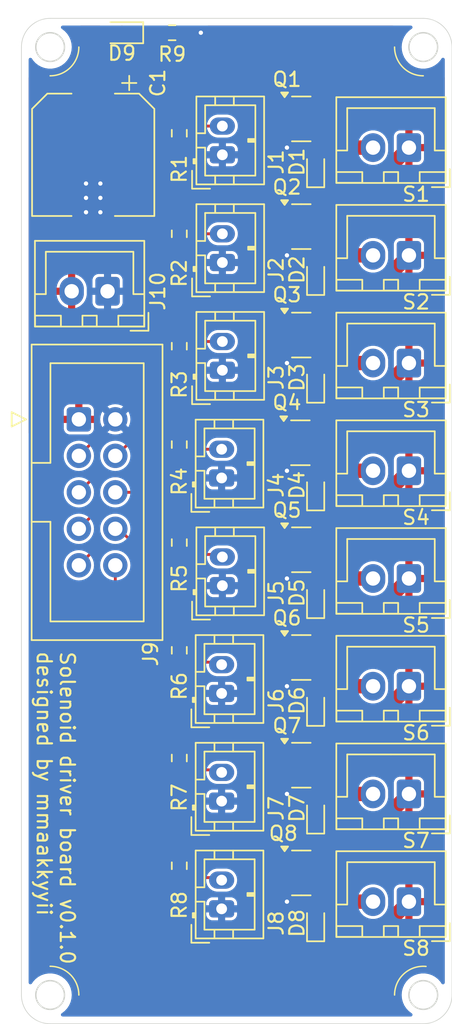
<source format=kicad_pcb>
(kicad_pcb (version 20240108) (generator "pcbnew") (generator_version "8.0")
  (layers (0 "F.Cu" signal) (31 "B.Cu" signal) (34 "B.Paste" user) (35 "F.Paste" user) (36 "B.SilkS" user "B.Silkscreen") (37 "F.SilkS" user "F.Silkscreen") (38 "B.Mask" user) (39 "F.Mask" user) (44 "Edge.Cuts" user))
  (net 0 "")
  (net 1 "GND")
  (net 2 "+24V")
  (net 3 "Net-(D1-A)")
  (net 4 "Net-(D2-A)")
  (net 5 "Net-(D3-A)")
  (net 6 "Net-(D4-A)")
  (net 7 "Net-(D5-A)")
  (net 8 "Net-(D6-A)")
  (net 9 "Net-(D7-A)")
  (net 10 "Net-(D8-A)")
  (net 11 "Net-(J1-Pin_2)")
  (net 12 "Net-(J2-Pin_2)")
  (net 13 "Net-(J3-Pin_2)")
  (net 14 "Net-(J4-Pin_2)")
  (net 15 "Net-(J5-Pin_2)")
  (net 16 "Net-(J6-Pin_2)")
  (net 17 "Net-(J7-Pin_2)")
  (net 18 "Net-(J8-Pin_2)")
  (net 19 "/S2")
  (net 20 "/S5")
  (net 21 "/S4")
  (net 22 "/S3")
  (net 23 "/S1")
  (net 24 "/S7")
  (net 25 "/S8")
  (net 26 "/S6")
  (net 27 "Net-(D9-K)")
  (footprint "Diode_SMD:D_SOD-523" (layer "F.Cu") (at 170.5 85.5 90)
    (property "Reference" "D7" (at 0.5 -1.3 90) (layer "F.SilkS"))
    (property "Value" "MSK4005")
    (pad "1" smd roundrect (at -0.7 0 270) (size 0.6 0.7) (layers "F.Cu" "F.Paste" "F.Mask") (net 2 "+24V"))
    (pad "2" smd roundrect (at 0.7 0 270) (size 0.6 0.7) (layers "F.Cu" "F.Paste" "F.Mask") (net 9 "Net-(D7-A)"))
  )
  (footprint "Connector_JST:JST_XH_B2B-XH-A_1x02_P2.50mm_Vertical" (layer "F.Cu") (at 177 84 180)
    (property "Reference" "S7" (at -0.5 -3.25 0) (layer "F.SilkS"))
    (property "Value" "XH")
    (pad "1" thru_hole roundrect (at 0 0 180) (size 1.7 2) (drill 1) (layers "*.Cu" "*.Mask") (roundrect_rratio 0.147059) (net 2 "+24V"))
    (pad "2" thru_hole oval (at 2.5 0 180) (size 1.7 2) (drill 1) (layers "*.Cu" "*.Mask") (net 9 "Net-(D7-A)"))
  )
  (footprint "Resistor_SMD:R_0603_1608Metric" (layer "F.Cu") (at 161 74 -90)
    (property "Reference" "R6" (at 2.5 0 90) (layer "F.SilkS"))
    (property "Value" "1k")
    (pad "1" smd roundrect (at -0.825 0 270) (size 0.8 0.95) (layers "F.Cu" "F.Paste" "F.Mask") (net 26 "/S6"))
    (pad "2" smd roundrect (at 0.825 0 270) (size 0.8 0.95) (layers "F.Cu" "F.Paste" "F.Mask") (net 16 "Net-(J6-Pin_2)"))
  )
  (footprint "Connector_JST:JST_XH_B2B-XH-A_1x02_P2.50mm_Vertical" (layer "F.Cu") (at 177 91.5 180)
    (property "Reference" "S8" (at -0.5 -3.25 0) (layer "F.SilkS"))
    (property "Value" "XH")
    (pad "1" thru_hole roundrect (at 0 0 180) (size 1.7 2) (drill 1) (layers "*.Cu" "*.Mask") (roundrect_rratio 0.147059) (net 2 "+24V"))
    (pad "2" thru_hole oval (at 2.5 0 180) (size 1.7 2) (drill 1) (layers "*.Cu" "*.Mask") (net 10 "Net-(D8-A)"))
  )
  (footprint "Resistor_SMD:R_0603_1608Metric" (layer "F.Cu") (at 161 66.5 -90)
    (property "Reference" "R5" (at 2.5 0 90) (layer "F.SilkS"))
    (property "Value" "1k")
    (pad "1" smd roundrect (at -0.825 0 270) (size 0.8 0.95) (layers "F.Cu" "F.Paste" "F.Mask") (net 20 "/S5"))
    (pad "2" smd roundrect (at 0.825 0 270) (size 0.8 0.95) (layers "F.Cu" "F.Paste" "F.Mask") (net 15 "Net-(J5-Pin_2)"))
  )
  (footprint "Connector_JST:JST_XH_B2B-XH-A_1x02_P2.50mm_Vertical" (layer "F.Cu") (at 177 61.5 180)
    (property "Reference" "S4" (at -0.5 -3.25 0) (layer "F.SilkS"))
    (property "Value" "XH")
    (pad "1" thru_hole roundrect (at 0 0 180) (size 1.7 2) (drill 1) (layers "*.Cu" "*.Mask") (roundrect_rratio 0.147059) (net 2 "+24V"))
    (pad "2" thru_hole oval (at 2.5 0 180) (size 1.7 2) (drill 1) (layers "*.Cu" "*.Mask") (net 6 "Net-(D4-A)"))
  )
  (footprint "Package_TO_SOT_SMD:SOT-23" (layer "F.Cu") (at 169.5 44.5)
    (property "Reference" "Q2" (at -1 -2.75 0) (layer "F.SilkS"))
    (property "Value" "BSS138")
    (pad "1" smd roundrect (at -0.9375 -0.95) (size 1.475 0.6) (layers "F.Cu" "F.Paste" "F.Mask") (net 19 "/S2"))
    (pad "2" smd roundrect (at -0.9375 0.95) (size 1.475 0.6) (layers "F.Cu" "F.Paste" "F.Mask") (net 1 "GND"))
    (pad "3" smd roundrect (at 0.9375 0) (size 1.475 0.6) (layers "F.Cu" "F.Paste" "F.Mask") (net 4 "Net-(D2-A)"))
  )
  (footprint "Connector_JST:JST_XH_B2B-XH-A_1x02_P2.50mm_Vertical" (layer "F.Cu") (at 177 54 180)
    (property "Reference" "S3" (at -0.5 -3.25 0) (layer "F.SilkS"))
    (property "Value" "XH")
    (pad "1" thru_hole roundrect (at 0 0 180) (size 1.7 2) (drill 1) (layers "*.Cu" "*.Mask") (roundrect_rratio 0.147059) (net 2 "+24V"))
    (pad "2" thru_hole oval (at 2.5 0 180) (size 1.7 2) (drill 1) (layers "*.Cu" "*.Mask") (net 5 "Net-(D3-A)"))
  )
  (footprint "Package_TO_SOT_SMD:SOT-23" (layer "F.Cu") (at 169.5 67)
    (property "Reference" "Q5" (at -1 -2.75 0) (layer "F.SilkS"))
    (property "Value" "BSS138")
    (pad "1" smd roundrect (at -0.9375 -0.95) (size 1.475 0.6) (layers "F.Cu" "F.Paste" "F.Mask") (net 20 "/S5"))
    (pad "2" smd roundrect (at -0.9375 0.95) (size 1.475 0.6) (layers "F.Cu" "F.Paste" "F.Mask") (net 1 "GND"))
    (pad "3" smd roundrect (at 0.9375 0) (size 1.475 0.6) (layers "F.Cu" "F.Paste" "F.Mask") (net 7 "Net-(D5-A)"))
  )
  (footprint "Resistor_SMD:R_0603_1608Metric" (layer "F.Cu") (at 160.5 31)
    (property "Reference" "R9" (at 0 1.5 0) (layer "F.SilkS"))
    (property "Value" "2.4k")
    (pad "1" smd roundrect (at -0.825 0) (size 0.8 0.95) (layers "F.Cu" "F.Paste" "F.Mask") (net 27 "Net-(D9-K)"))
    (pad "2" smd roundrect (at 0.825 0) (size 0.8 0.95) (layers "F.Cu" "F.Paste" "F.Mask") (net 1 "GND"))
  )
  (footprint "Capacitor_SMD:CP_Elec_8x10" (layer "F.Cu") (at 155 39.5 -90)
    (property "Reference" "C1" (at -5 -4.5 90) (layer "F.SilkS"))
    (property "Value" "100u")
    (pad "1" smd roundrect (at -3.25 0 270) (size 3.5 2.5) (layers "F.Cu" "F.Paste" "F.Mask") (roundrect_rratio 0.1) (net 2 "+24V"))
    (pad "2" smd roundrect (at 3.25 0 270) (size 3.5 2.5) (layers "F.Cu" "F.Paste" "F.Mask") (roundrect_rratio 0.1) (net 1 "GND"))
  )
  (footprint "Package_TO_SOT_SMD:SOT-23" (layer "F.Cu") (at 169.5 89.5)
    (property "Reference" "Q8" (at -1.25 -2.75 0) (layer "F.SilkS"))
    (property "Value" "BSS138")
    (pad "1" smd roundrect (at -0.9375 -0.95) (size 1.475 0.6) (layers "F.Cu" "F.Paste" "F.Mask") (net 25 "/S8"))
    (pad "2" smd roundrect (at -0.9375 0.95) (size 1.475 0.6) (layers "F.Cu" "F.Paste" "F.Mask") (net 1 "GND"))
    (pad "3" smd roundrect (at 0.9375 0) (size 1.475 0.6) (layers "F.Cu" "F.Paste" "F.Mask") (net 10 "Net-(D8-A)"))
  )
  (footprint "Package_TO_SOT_SMD:SOT-23" (layer "F.Cu") (at 169.4375 59.55)
    (property "Reference" "Q4" (at -0.9375 -2.8 0) (layer "F.SilkS"))
    (property "Value" "BSS138")
    (pad "1" smd roundrect (at -0.9375 -0.95) (size 1.475 0.6) (layers "F.Cu" "F.Paste" "F.Mask") (net 21 "/S4"))
    (pad "2" smd roundrect (at -0.9375 0.95) (size 1.475 0.6) (layers "F.Cu" "F.Paste" "F.Mask") (net 1 "GND"))
    (pad "3" smd roundrect (at 0.9375 0) (size 1.475 0.6) (layers "F.Cu" "F.Paste" "F.Mask") (net 6 "Net-(D4-A)"))
  )
  (footprint "Connector_JST:JST_PH_B2B-PH-K_1x02_P2.00mm_Vertical" (layer "F.Cu") (at 163.95 84.5 90)
    (property "Reference" "J7" (at -0.5 3.8 90) (layer "F.SilkS"))
    (property "Value" "B2B-PH-K-S(LF)(SN)")
    (pad "1" thru_hole roundrect (at 0 0 90) (size 1.2 1.75) (drill 0.75) (layers "*.Cu" "*.Mask") (roundrect_rratio 0.208333) (net 1 "GND"))
    (pad "2" thru_hole oval (at 2 0 90) (size 1.2 1.75) (drill 0.75) (layers "*.Cu" "*.Mask") (net 17 "Net-(J7-Pin_2)"))
  )
  (footprint "Diode_SMD:D_SOD-523" (layer "F.Cu") (at 170.5 78 90)
    (property "Reference" "D6" (at 0.5 -1.3 90) (layer "F.SilkS"))
    (property "Value" "MSK4005")
    (pad "1" smd roundrect (at -0.7 0 270) (size 0.6 0.7) (layers "F.Cu" "F.Paste" "F.Mask") (net 2 "+24V"))
    (pad "2" smd roundrect (at 0.7 0 270) (size 0.6 0.7) (layers "F.Cu" "F.Paste" "F.Mask") (net 8 "Net-(D6-A)"))
  )
  (footprint "Connector_JST:JST_XH_B2B-XH-A_1x02_P2.50mm_Vertical" (layer "F.Cu") (at 177 39 180)
    (property "Reference" "S1" (at -0.5 -3.25 0) (layer "F.SilkS"))
    (property "Value" "XH")
    (pad "1" thru_hole roundrect (at 0 0 180) (size 1.7 2) (drill 1) (layers "*.Cu" "*.Mask") (roundrect_rratio 0.147059) (net 2 "+24V"))
    (pad "2" thru_hole oval (at 2.5 0 180) (size 1.7 2) (drill 1) (layers "*.Cu" "*.Mask") (net 3 "Net-(D1-A)"))
  )
  (footprint "Package_TO_SOT_SMD:SOT-23" (layer "F.Cu") (at 169.5 82)
    (property "Reference" "Q7" (at -1 -2.75 0) (layer "F.SilkS"))
    (property "Value" "BSS138")
    (pad "1" smd roundrect (at -0.9375 -0.95) (size 1.475 0.6) (layers "F.Cu" "F.Paste" "F.Mask") (net 24 "/S7"))
    (pad "2" smd roundrect (at -0.9375 0.95) (size 1.475 0.6) (layers "F.Cu" "F.Paste" "F.Mask") (net 1 "GND"))
    (pad "3" smd roundrect (at 0.9375 0) (size 1.475 0.6) (layers "F.Cu" "F.Paste" "F.Mask") (net 9 "Net-(D7-A)"))
  )
  (footprint "Package_TO_SOT_SMD:SOT-23" (layer "F.Cu") (at 169.5 52.05)
    (property "Reference" "Q3" (at -1 -2.8 0) (layer "F.SilkS"))
    (property "Value" "BSS138")
    (pad "1" smd roundrect (at -0.9375 -0.95) (size 1.475 0.6) (layers "F.Cu" "F.Paste" "F.Mask") (net 22 "/S3"))
    (pad "2" smd roundrect (at -0.9375 0.95) (size 1.475 0.6) (layers "F.Cu" "F.Paste" "F.Mask") (net 1 "GND"))
    (pad "3" smd roundrect (at 0.9375 0) (size 1.475 0.6) (layers "F.Cu" "F.Paste" "F.Mask") (net 5 "Net-(D3-A)"))
  )
  (footprint "Resistor_SMD:R_0603_1608Metric" (layer "F.Cu") (at 161 45 -90)
    (property "Reference" "R2" (at 2.75 0 90) (layer "F.SilkS"))
    (property "Value" "1k")
    (pad "1" smd roundrect (at -0.825 0 270) (size 0.8 0.95) (layers "F.Cu" "F.Paste" "F.Mask") (net 19 "/S2"))
    (pad "2" smd roundrect (at 0.825 0 270) (size 0.8 0.95) (layers "F.Cu" "F.Paste" "F.Mask") (net 12 "Net-(J2-Pin_2)"))
  )
  (footprint "Connector_JST:JST_PH_B2B-PH-K_1x02_P2.00mm_Vertical" (layer "F.Cu") (at 163.95 77 90)
    (property "Reference" "J6" (at -0.5 3.8 90) (layer "F.SilkS"))
    (property "Value" "B2B-PH-K-S(LF)(SN)")
    (pad "1" thru_hole roundrect (at 0 0 90) (size 1.2 1.75) (drill 0.75) (layers "*.Cu" "*.Mask") (roundrect_rratio 0.208333) (net 1 "GND"))
    (pad "2" thru_hole oval (at 2 0 90) (size 1.2 1.75) (drill 0.75) (layers "*.Cu" "*.Mask") (net 16 "Net-(J6-Pin_2)"))
  )
  (footprint "Package_TO_SOT_SMD:SOT-23" (layer "F.Cu") (at 169.5 74.5)
    (property "Reference" "Q6" (at -1 -2.75 0) (layer "F.SilkS"))
    (property "Value" "BSS138")
    (pad "1" smd roundrect (at -0.9375 -0.95) (size 1.475 0.6) (layers "F.Cu" "F.Paste" "F.Mask") (net 26 "/S6"))
    (pad "2" smd roundrect (at -0.9375 0.95) (size 1.475 0.6) (layers "F.Cu" "F.Paste" "F.Mask") (net 1 "GND"))
    (pad "3" smd roundrect (at 0.9375 0) (size 1.475 0.6) (layers "F.Cu" "F.Paste" "F.Mask") (net 8 "Net-(D6-A)"))
  )
  (footprint "Connector_JST:JST_PH_B2B-PH-K_1x02_P2.00mm_Vertical" (layer "F.Cu") (at 164 54.5 90)
    (property "Reference" "J3" (at -0.5 3.75 90) (layer "F.SilkS"))
    (property "Value" "B2B-PH-K-S(LF)(SN)")
    (pad "1" thru_hole roundrect (at 0 0 90) (size 1.2 1.75) (drill 0.75) (layers "*.Cu" "*.Mask") (roundrect_rratio 0.208333) (net 1 "GND"))
    (pad "2" thru_hole oval (at 2 0 90) (size 1.2 1.75) (drill 0.75) (layers "*.Cu" "*.Mask") (net 13 "Net-(J3-Pin_2)"))
  )
  (footprint "Resistor_SMD:R_0603_1608Metric" (layer "F.Cu") (at 161 89 -90)
    (property "Reference" "R8" (at 2.75 0 90) (layer "F.SilkS"))
    (property "Value" "1k")
    (pad "1" smd roundrect (at -0.825 0 270) (size 0.8 0.95) (layers "F.Cu" "F.Paste" "F.Mask") (net 25 "/S8"))
    (pad "2" smd roundrect (at 0.825 0 270) (size 0.8 0.95) (layers "F.Cu" "F.Paste" "F.Mask") (net 18 "Net-(J8-Pin_2)"))
  )
  (footprint "Resistor_SMD:R_0603_1608Metric" (layer "F.Cu") (at 161 81.5 -90)
    (property "Reference" "R7" (at 2.75 0 90) (layer "F.SilkS"))
    (property "Value" "1k")
    (pad "1" smd roundrect (at -0.825 0 270) (size 0.8 0.95) (layers "F.Cu" "F.Paste" "F.Mask") (net 24 "/S7"))
    (pad "2" smd roundrect (at 0.825 0 270) (size 0.8 0.95) (layers "F.Cu" "F.Paste" "F.Mask") (net 17 "Net-(J7-Pin_2)"))
  )
  (footprint "Diode_SMD:D_SOD-523" (layer "F.Cu") (at 170.5 70.5 90)
    (property "Reference" "D5" (at 0.5 -1.3 90) (layer "F.SilkS"))
    (property "Value" "MSK4005")
    (pad "1" smd roundrect (at -0.7 0 270) (size 0.6 0.7) (layers "F.Cu" "F.Paste" "F.Mask") (net 2 "+24V"))
    (pad "2" smd roundrect (at 0.7 0 270) (size 0.6 0.7) (layers "F.Cu" "F.Paste" "F.Mask") (net 7 "Net-(D5-A)"))
  )
  (footprint "Diode_SMD:D_SOD-523" (layer "F.Cu") (at 170.5 48 90)
    (property "Reference" "D2" (at 0.5 -1.3 90) (layer "F.SilkS"))
    (property "Value" "MSK4005")
    (pad "1" smd roundrect (at -0.7 0 270) (size 0.6 0.7) (layers "F.Cu" "F.Paste" "F.Mask") (net 2 "+24V"))
    (pad "2" smd roundrect (at 0.7 0 270) (size 0.6 0.7) (layers "F.Cu" "F.Paste" "F.Mask") (net 4 "Net-(D2-A)"))
  )
  (footprint "Connector_JST:JST_XH_B2B-XH-A_1x02_P2.50mm_Vertical" (layer "F.Cu") (at 177 76.5 180)
    (property "Reference" "S6" (at -0.5 -3.25 0) (layer "F.SilkS"))
    (property "Value" "XH")
    (pad "1" thru_hole roundrect (at 0 0 180) (size 1.7 2) (drill 1) (layers "*.Cu" "*.Mask") (roundrect_rratio 0.147059) (net 2 "+24V"))
    (pad "2" thru_hole oval (at 2.5 0 180) (size 1.7 2) (drill 1) (layers "*.Cu" "*.Mask") (net 8 "Net-(D6-A)"))
  )
  (footprint "Connector_IDC:IDC-Header_2x05_P2.54mm_Vertical" (layer "F.Cu") (at 154 57.92)
    (property "Reference" "J9" (at 5 16.33 90) (layer "F.SilkS"))
    (property "Value" "C5665")
    (pad "1" thru_hole roundrect (at 0 0) (size 1.7 1.7) (drill 1) (layers "*.Cu" "*.Mask") (roundrect_rratio 0.147059) (net 2 "+24V"))
    (pad "2" thru_hole circle (at 2.54 0) (size 1.7 1.7) (drill 1) (layers "*.Cu" "*.Mask") (net 1 "GND"))
    (pad "3" thru_hole circle (at 0 2.54) (size 1.7 1.7) (drill 1) (layers "*.Cu" "*.Mask") (net 23 "/S1"))
    (pad "4" thru_hole circle (at 2.54 2.54) (size 1.7 1.7) (drill 1) (layers "*.Cu" "*.Mask") (net 19 "/S2"))
    (pad "5" thru_hole circle (at 0 5.08) (size 1.7 1.7) (drill 1) (layers "*.Cu" "*.Mask") (net 22 "/S3"))
    (pad "6" thru_hole circle (at 2.54 5.08) (size 1.7 1.7) (drill 1) (layers "*.Cu" "*.Mask") (net 21 "/S4"))
    (pad "7" thru_hole circle (at 0 7.62) (size 1.7 1.7) (drill 1) (layers "*.Cu" "*.Mask") (net 20 "/S5"))
    (pad "8" thru_hole circle (at 2.54 7.62) (size 1.7 1.7) (drill 1) (layers "*.Cu" "*.Mask") (net 26 "/S6"))
    (pad "9" thru_hole circle (at 0 10.16) (size 1.7 1.7) (drill 1) (layers "*.Cu" "*.Mask") (net 24 "/S7"))
    (pad "10" thru_hole circle (at 2.54 10.16) (size 1.7 1.7) (drill 1) (layers "*.Cu" "*.Mask") (net 25 "/S8"))
  )
  (footprint "Connector_JST:JST_XH_B2B-XH-A_1x02_P2.50mm_Vertical" (layer "F.Cu") (at 177 46.5 180)
    (property "Reference" "S2" (at -0.5 -3.25 0) (layer "F.SilkS"))
    (property "Value" "XH")
    (pad "1" thru_hole roundrect (at 0 0 180) (size 1.7 2) (drill 1) (layers "*.Cu" "*.Mask") (roundrect_rratio 0.147059) (net 2 "+24V"))
    (pad "2" thru_hole oval (at 2.5 0 180) (size 1.7 2) (drill 1) (layers "*.Cu" "*.Mask") (net 4 "Net-(D2-A)"))
  )
  (footprint "Connector_JST:JST_PH_B2B-PH-K_1x02_P2.00mm_Vertical" (layer "F.Cu") (at 163.95 92 90)
    (property "Reference" "J8" (at -1 3.8 90) (layer "F.SilkS"))
    (property "Value" "B2B-PH-K-S(LF)(SN)")
    (pad "1" thru_hole roundrect (at 0 0 90) (size 1.2 1.75) (drill 0.75) (layers "*.Cu" "*.Mask") (roundrect_rratio 0.208333) (net 1 "GND"))
    (pad "2" thru_hole oval (at 2 0 90) (size 1.2 1.75) (drill 0.75) (layers "*.Cu" "*.Mask") (net 18 "Net-(J8-Pin_2)"))
  )
  (footprint "Resistor_SMD:R_0603_1608Metric" (layer "F.Cu") (at 161 52.825 -90)
    (property "Reference" "R3" (at 2.675 0 90) (layer "F.SilkS"))
    (property "Value" "1k")
    (pad "1" smd roundrect (at -0.825 0 270) (size 0.8 0.95) (layers "F.Cu" "F.Paste" "F.Mask") (net 22 "/S3"))
    (pad "2" smd roundrect (at 0.825 0 270) (size 0.8 0.95) (layers "F.Cu" "F.Paste" "F.Mask") (net 13 "Net-(J3-Pin_2)"))
  )
  (footprint "Connector_JST:JST_PH_B2B-PH-K_1x02_P2.00mm_Vertical" (layer "F.Cu") (at 164 39.5 90)
    (property "Reference" "J1" (at -0.5 3.75 -90) (layer "F.SilkS"))
    (property "Value" "B2B-PH-K-S(LF)(SN)")
    (pad "1" thru_hole roundrect (at 0 0 90) (size 1.2 1.75) (drill 0.75) (layers "*.Cu" "*.Mask") (roundrect_rratio 0.208333) (net 1 "GND"))
    (pad "2" thru_hole oval (at 2 0 90) (size 1.2 1.75) (drill 0.75) (layers "*.Cu" "*.Mask") (net 11 "Net-(J1-Pin_2)"))
  )
  (footprint "Resistor_SMD:R_0603_1608Metric" (layer "F.Cu") (at 161 59.675 -90)
    (property "Reference" "R4" (at 2.575 0 90) (layer "F.SilkS"))
    (property "Value" "1k")
    (pad "1" smd roundrect (at -0.825 0 270) (size 0.8 0.95) (layers "F.Cu" "F.Paste" "F.Mask") (net 21 "/S4"))
    (pad "2" smd roundrect (at 0.825 0 270) (size 0.8 0.95) (layers "F.Cu" "F.Paste" "F.Mask") (net 14 "Net-(J4-Pin_2)"))
  )
  (footprint "Diode_SMD:D_SOD-523" (layer "F.Cu") (at 170.5 40.5 90)
    (property "Reference" "D1" (at 0.5 -1.3 90) (layer "F.SilkS"))
    (property "Value" "MSK4005")
    (pad "1" smd roundrect (at -0.7 0 270) (size 0.6 0.7) (layers "F.Cu" "F.Paste" "F.Mask") (net 2 "+24V"))
    (pad "2" smd roundrect (at 0.7 0 270) (size 0.6 0.7) (layers "F.Cu" "F.Paste" "F.Mask") (net 3 "Net-(D1-A)"))
  )
  (footprint "Package_TO_SOT_SMD:SOT-23" (layer "F.Cu") (at 169.5 37)
    (property "Reference" "Q1" (at -1 -2.75 0) (layer "F.SilkS"))
    (property "Value" "BSS138")
    (pad "1" smd roundrect (at -0.9375 -0.95) (size 1.475 0.6) (layers "F.Cu" "F.Paste" "F.Mask") (net 23 "/S1"))
    (pad "2" smd roundrect (at -0.9375 0.95) (size 1.475 0.6) (layers "F.Cu" "F.Paste" "F.Mask") (net 1 "GND"))
    (pad "3" smd roundrect (at 0.9375 0) (size 1.475 0.6) (layers "F.Cu" "F.Paste" "F.Mask") (net 3 "Net-(D1-A)"))
  )
  (footprint "Diode_SMD:D_SOD-523" (layer "F.Cu") (at 170.5 55.5 90)
    (property "Reference" "D3" (at 0.5 -1.3 90) (layer "F.SilkS"))
    (property "Value" "MSK4005")
    (pad "1" smd roundrect (at -0.7 0 270) (size 0.6 0.7) (layers "F.Cu" "F.Paste" "F.Mask") (net 2 "+24V"))
    (pad "2" smd roundrect (at 0.7 0 270) (size 0.6 0.7) (layers "F.Cu" "F.Paste" "F.Mask") (net 5 "Net-(D3-A)"))
  )
  (footprint "Connector_JST:JST_XH_B2B-XH-A_1x02_P2.50mm_Vertical" (layer "F.Cu") (at 156 49 180)
    (property "Reference" "J10" (at -3.5 0 90) (layer "F.SilkS"))
    (property "Value" "Conn_01x02_Pin")
    (pad "1" thru_hole roundrect (at 0 0 180) (size 1.7 2) (drill 1) (layers "*.Cu" "*.Mask") (roundrect_rratio 0.147059) (net 1 "GND"))
    (pad "2" thru_hole oval (at 2.5 0 180) (size 1.7 2) (drill 1) (layers "*.Cu" "*.Mask") (net 2 "+24V"))
  )
  (footprint "Connector_JST:JST_PH_B2B-PH-K_1x02_P2.00mm_Vertical" (layer "F.Cu") (at 164 69.5 90)
    (property "Reference" "J5" (at -0.5 3.75 90) (layer "F.SilkS"))
    (property "Value" "B2B-PH-K-S(LF)(SN)")
    (pad "1" thru_hole roundrect (at 0 0 90) (size 1.2 1.75) (drill 0.75) (layers "*.Cu" "*.Mask") (roundrect_rratio 0.208333) (net 1 "GND"))
    (pad "2" thru_hole oval (at 2 0 90) (size 1.2 1.75) (drill 0.75) (layers "*.Cu" "*.Mask") (net 15 "Net-(J5-Pin_2)"))
  )
  (footprint "Connector_JST:JST_PH_B2B-PH-K_1x02_P2.00mm_Vertical" (layer "F.Cu") (at 163.95 62 90)
    (property "Reference" "J4" (at -0.5 3.8 90) (layer "F.SilkS"))
    (property "Value" "B2B-PH-K-S(LF)(SN)")
    (pad "1" thru_hole roundrect (at 0 0 90) (size 1.2 1.75) (drill 0.75) (layers "*.Cu" "*.Mask") (roundrect_rratio 0.208333) (net 1 "GND"))
    (pad "2" thru_hole oval (at 2 0 90) (size 1.2 1.75) (drill 0.75) (layers "*.Cu" "*.Mask") (net 14 "Net-(J4-Pin_2)"))
  )
  (footprint "Resistor_SMD:R_0603_1608Metric" (layer "F.Cu") (at 161 38 -90)
    (property "Reference" "R1" (at 2.5 0 90) (layer "F.SilkS"))
    (property "Value" "1k")
    (pad "1" smd roundrect (at -0.825 0 270) (size 0.8 0.95) (layers "F.Cu" "F.Paste" "F.Mask") (net 23 "/S1"))
    (pad "2" smd roundrect (at 0.825 0 270) (size 0.8 0.95) (layers "F.Cu" "F.Paste" "F.Mask") (net 11 "Net-(J1-Pin_2)"))
  )
  (footprint "Connector_JST:JST_XH_B2B-XH-A_1x02_P2.50mm_Vertical" (layer "F.Cu") (at 177 69 180)
    (property "Reference" "S5" (at -0.5 -3.25 0) (layer "F.SilkS"))
    (property "Value" "XH")
    (pad "1" thru_hole roundrect (at 0 0 180) (size 1.7 2) (drill 1) (layers "*.Cu" "*.Mask") (roundrect_rratio 0.147059) (net 2 "+24V"))
    (pad "2" thru_hole oval (at 2.5 0 180) (size 1.7 2) (drill 1) (layers "*.Cu" "*.Mask") (net 7 "Net-(D5-A)"))
  )
  (footprint "Diode_SMD:D_SOD-523" (layer "F.Cu") (at 170.5 63 90)
    (property "Reference" "D4" (at 0.5 -1.3 90) (layer "F.SilkS"))
    (property "Value" "MSK4005")
    (pad "1" smd roundrect (at -0.7 0 270) (size 0.6 0.7) (layers "F.Cu" "F.Paste" "F.Mask") (net 2 "+24V"))
    (pad "2" smd roundrect (at 0.7 0 270) (size 0.6 0.7) (layers "F.Cu" "F.Paste" "F.Mask") (net 6 "Net-(D4-A)"))
  )
  (footprint "Diode_SMD:D_SOD-523" (layer "F.Cu") (at 170.5 93 90)
    (property "Reference" "D8" (at 0 -1.3 90) (layer "F.SilkS"))
    (property "Value" "MSK4005")
    (pad "1" smd roundrect (at -0.7 0 270) (size 0.6 0.7) (layers "F.Cu" "F.Paste" "F.Mask") (net 2 "+24V"))
    (pad "2" smd roundrect (at 0.7 0 270) (size 0.6 0.7) (layers "F.Cu" "F.Paste" "F.Mask") (net 10 "Net-(D8-A)"))
  )
  (footprint "Connector_JST:JST_PH_B2B-PH-K_1x02_P2.00mm_Vertical" (layer "F.Cu") (at 164 47 90)
    (property "Reference" "J2" (at -0.5 3.75 90) (layer "F.SilkS"))
    (property "Value" "B2B-PH-K-S(LF)(SN)")
    (pad "1" thru_hole roundrect (at 0 0 90) (size 1.2 1.75) (drill 0.75) (layers "*.Cu" "*.Mask") (roundrect_rratio 0.208333) (net 1 "GND"))
    (pad "2" thru_hole oval (at 2 0 90) (size 1.2 1.75) (drill 0.75) (layers "*.Cu" "*.Mask") (net 12 "Net-(J2-Pin_2)"))
  )
  (footprint "LED_SMD:LED_0603_1608Metric" (layer "F.Cu") (at 157 31 180)
    (property "Reference" "D9" (at 0 -1.43 0) (layer "F.SilkS"))
    (property "Value" "LED")
    (pad "1" smd roundrect (at -0.7875 0 180) (size 0.875 0.95) (layers "F.Cu" "F.Paste" "F.Mask") (net 27 "Net-(D9-K)"))
    (pad "2" smd roundrect (at 0.7875 0 180) (size 0.875 0.95) (layers "F.Cu" "F.Paste" "F.Mask") (net 2 "+24V"))
  )
  (gr_arc (start 152 96) (mid 153.414214 96.585786) (end 154 98) (stroke (width 0.1)) (layer "F.SilkS"))
  (gr_arc (start 176 98) (mid 176.655622 96.519241) (end 178.192648 96.0093) (stroke (width 0.1)) (layer "F.SilkS"))
  (gr_arc (start 178 34) (mid 176.585786 33.414214) (end 176 32) (stroke (width 0.1)) (layer "F.SilkS"))
  (gr_arc (start 154 32) (mid 153.414214 33.414214) (end 152 34) (stroke (width 0.1)) (layer "F.SilkS"))
  (gr_line (start 152 100) (end 178 100) (stroke (width 0.05)) (layer "Edge.Cuts"))
  (gr_line (start 178 30) (end 152 30) (stroke (width 0.05)) (layer "Edge.Cuts"))
  (gr_arc (start 150 32) (mid 150.585786 30.585786) (end 152 30) (stroke (width 0.05)) (layer "Edge.Cuts"))
  (gr_arc (start 152 100) (mid 150.585786 99.414214) (end 150 98) (stroke (width 0.05)) (layer "Edge.Cuts"))
  (gr_line (start 180 98) (end 180 32) (stroke (width 0.05)) (layer "Edge.Cuts"))
  (gr_line (start 150 32) (end 150 98) (stroke (width 0.05)) (layer "Edge.Cuts"))
  (gr_arc (start 178 30) (mid 179.414214 30.585786) (end 180 32) (stroke (width 0.05)) (layer "Edge.Cuts"))
  (gr_arc (start 180 98) (mid 179.414214 99.414214) (end 178 100) (stroke (width 0.05)) (layer "Edge.Cuts"))
  (gr_circle (center 178 98) (end 179 98) (stroke (width 0.1)) (fill none) (layer "Edge.Cuts"))
  (gr_circle (center 152 98) (end 153 98) (stroke (width 0.1)) (fill none) (layer "Edge.Cuts"))
  (gr_circle (center 152 32) (end 153 32) (stroke (width 0.1)) (fill none) (layer "Edge.Cuts"))
  (gr_circle (center 178 32) (end 179 32) (stroke (width 0.1)) (fill none) (layer "Edge.Cuts"))
  (gr_text "Solenoid driver board v0.1.0 \ndesigned by mmaakkyyii" (at 151 74 270) (layer "F.SilkS") (effects (font (size 1 1)) (justify left bottom)))
  (segment (start 168.5 60.5) (end 168.5 61.5) (width 0.5) (layer "F.Cu") (net 1))
  (segment (start 168.5625 83.9375) (end 168.5 84) (width 0.5) (layer "F.Cu") (net 1))
  (segment (start 168.5625 82.95) (end 168.5625 83.9375) (width 0.5) (layer "F.Cu") (net 1))
  (segment (start 168.5625 45.45) (end 168.5625 46.4375) (width 0.5) (layer "F.Cu") (net 1))
  (segment (start 161.325 31) (end 162.5 31) (width 0.4) (layer "F.Cu") (net 1))
  (segment (start 168.5625 37.95) (end 168.5625 38.9375) (width 0.5) (layer "F.Cu") (net 1))
  (segment (start 168.5625 38.9375) (end 168.5 39) (width 0.5) (layer "F.Cu") (net 1))
  (segment (start 168.5625 91.4375) (end 168.5 91.5) (width 0.5) (layer "F.Cu") (net 1))
  (segment (start 168.5625 68.9375) (end 168.5 69) (width 0.5) (layer "F.Cu") (net 1))
  (segment (start 168.5625 90.45) (end 168.5625 91.4375) (width 0.5) (layer "F.Cu") (net 1))
  (segment (start 168.5625 53.9375) (end 168.5 54) (width 0.5) (layer "F.Cu") (net 1))
  (segment (start 168.5625 75.45) (end 168.5625 76.4375) (width 0.5) (layer "F.Cu") (net 1))
  (segment (start 168.5625 76.4375) (end 168.5 76.5) (width 0.5) (layer "F.Cu") (net 1))
  (segment (start 168.5625 46.4375) (end 168.5 46.5) (width 0.5) (layer "F.Cu") (net 1))
  (segment (start 168.5625 67.95) (end 168.5625 68.9375) (width 0.5) (layer "F.Cu") (net 1))
  (segment (start 168.5625 53) (end 168.5625 53.9375) (width 0.5) (layer "F.Cu") (net 1))
  (via (at 168.5 91.5) (size 0.6) (drill 0.3) (layers "F.Cu" "B.Cu") (net 1))
  (via (at 154.5 43.5) (size 0.6) (drill 0.3) (layers "F.Cu" "B.Cu") (net 1))
  (via (at 154.5 42.5) (size 0.6) (drill 0.3) (layers "F.Cu" "B.Cu") (net 1))
  (via (at 168.5 46.5) (size 0.6) (drill 0.3) (layers "F.Cu" "B.Cu") (net 1))
  (via (at 155.5 42.5) (size 0.6) (drill 0.3) (layers "F.Cu" "B.Cu") (net 1))
  (via (at 162.5 31) (size 0.6) (drill 0.3) (layers "F.Cu" "B.Cu") (net 1))
  (via (at 168.5 69) (size 0.6) (drill 0.3) (layers "F.Cu" "B.Cu") (net 1))
  (via (at 168.5 84) (size 0.6) (drill 0.3) (layers "F.Cu" "B.Cu") (net 1))
  (via (at 168.5 54) (size 0.6) (drill 0.3) (layers "F.Cu" "B.Cu") (net 1))
  (via (at 168.5 76.5) (size 0.6) (drill 0.3) (layers "F.Cu" "B.Cu") (net 1))
  (via (at 168.5 61.5) (size 0.6) (drill 0.3) (layers "F.Cu" "B.Cu") (net 1))
  (via (at 155.5 43.5) (size 0.6) (drill 0.3) (layers "F.Cu" "B.Cu") (net 1))
  (via (at 155.5 41.5) (size 0.6) (drill 0.3) (layers "F.Cu" "B.Cu") (net 1))
  (via (at 154.5 41.5) (size 0.6) (drill 0.3) (layers "F.Cu" "B.Cu") (net 1))
  (via (at 168.5 39) (size 0.6) (drill 0.3) (layers "F.Cu" "B.Cu") (net 1))
  (segment (start 170.5 71.2) (end 174.8 71.2) (width 1) (layer "F.Cu") (net 2))
  (segment (start 170.5 63.7) (end 174.8 63.7) (width 1) (layer "F.Cu") (net 2))
  (segment (start 174.8 48.7) (end 170.5 48.7) (width 1) (layer "F.Cu") (net 2))
  (segment (start 174.8 41.2) (end 177 39) (width 1) (layer "F.Cu") (net 2))
  (segment (start 174.8 63.7) (end 177 61.5) (width 1) (layer "F.Cu") (net 2))
  (segment (start 174.8 71.2) (end 177 69) (width 1) (layer "F.Cu") (net 2))
  (segment (start 170.5 93.7) (end 174.8 93.7) (width 1) (layer "F.Cu") (net 2))
  (segment (start 174.8 86.2) (end 177 84) (width 1) (layer "F.Cu") (net 2))
  (segment (start 174.8 93.7) (end 177 91.5) (width 1) (layer "F.Cu") (net 2))
  (segment (start 170.5 86.2) (end 174.8 86.2) (width 1) (layer "F.Cu") (net 2))
  (segment (start 174.8 78.7) (end 177 76.5) (width 1) (layer "F.Cu") (net 2))
  (segment (start 170.5 41.2) (end 174.8 41.2) (width 1) (layer "F.Cu") (net 2))
  (segment (start 174.8 56.2) (end 177 54) (width 1) (layer "F.Cu") (net 2))
  (segment (start 177 46.5) (end 174.8 48.7) (width 1) (layer "F.Cu") (net 2))
  (segment (start 170.5 56.2) (end 174.8 56.2) (width 1) (layer "F.Cu") (net 2))
  (segment (start 170.5 78.7) (end 174.8 78.7) (width 1) (layer "F.Cu") (net 2))
  (segment (start 171.6375 39.8) (end 172.4375 39) (width 1) (layer "F.Cu") (net 3))
  (segment (start 172.4375 39) (end 170.4375 37) (width 1) (layer "F.Cu") (net 3))
  (segment (start 174.5 39) (end 172.4375 39) (width 1) (layer "F.Cu") (net 3))
  (segment (start 170.5 39.8) (end 171.6375 39.8) (width 1) (layer "F.Cu") (net 3))
  (segment (start 170.5 47.3) (end 171.6375 47.3) (width 1) (layer "F.Cu") (net 4))
  (segment (start 171.6375 47.3) (end 172.4375 46.5) (width 1) (layer "F.Cu") (net 4))
  (segment (start 172.4375 46.5) (end 170.4375 44.5) (width 1) (layer "F.Cu") (net 4))
  (segment (start 174.5 46.5) (end 172.4375 46.5) (width 1) (layer "F.Cu") (net 4))
  (segment (start 174.5 54) (end 172.3875 54) (width 1) (layer "F.Cu") (net 5))
  (segment (start 172.3875 54) (end 170.4375 52.05) (width 1) (layer "F.Cu") (net 5))
  (segment (start 170.5 54.8) (end 171.5875 54.8) (width 1) (layer "F.Cu") (net 5))
  (segment (start 171.5875 54.8) (end 172.3875 54) (width 1) (layer "F.Cu") (net 5))
  (segment (start 170.5 62.3) (end 171.525 62.3) (width 1) (layer "F.Cu") (net 6))
  (segment (start 174.5 61.5) (end 172.325 61.5) (width 1) (layer "F.Cu") (net 6))
  (segment (start 171.525 62.3) (end 172.325 61.5) (width 1) (layer "F.Cu") (net 6))
  (segment (start 172.325 61.5) (end 170.375 59.55) (width 1) (layer "F.Cu") (net 6))
  (segment (start 170.5 69.8) (end 171.6375 69.8) (width 1) (layer "F.Cu") (net 7))
  (segment (start 174.5 69) (end 172.4375 69) (width 1) (layer "F.Cu") (net 7))
  (segment (start 172.4375 69) (end 170.4375 67) (width 1) (layer "F.Cu") (net 7))
  (segment (start 171.6375 69.8) (end 172.4375 69) (width 1) (layer "F.Cu") (net 7))
  (segment (start 170.5 77.3) (end 171.6375 77.3) (width 1) (layer "F.Cu") (net 8))
  (segment (start 174.5 76.5) (end 172.4375 76.5) (width 1) (layer "F.Cu") (net 8))
  (segment (start 171.6375 77.3) (end 172.4375 76.5) (width 1) (layer "F.Cu") (net 8))
  (segment (start 172.4375 76.5) (end 170.4375 74.5) (width 1) (layer "F.Cu") (net 8))
  (segment (start 172.4375 84) (end 170.4375 82) (width 1) (layer "F.Cu") (net 9))
  (segment (start 170.5 84.8) (end 171.6375 84.8) (width 1) (layer "F.Cu") (net 9))
  (segment (start 174.5 84) (end 172.4375 84) (width 1) (layer "F.Cu") (net 9))
  (segment (start 171.6375 84.8) (end 172.4375 84) (width 1) (layer "F.Cu") (net 9))
  (segment (start 170.5 92.3) (end 171.6375 92.3) (width 1) (layer "F.Cu") (net 10))
  (segment (start 172.4375 91.5) (end 170.4375 89.5) (width 1) (layer "F.Cu") (net 10))
  (segment (start 171.6375 92.3) (end 172.4375 91.5) (width 1) (layer "F.Cu") (net 10))
  (segment (start 174.5 91.5) (end 172.4375 91.5) (width 1) (layer "F.Cu") (net 10))
  (segment (start 161 38.825) (end 162.325 37.5) (width 0.2) (layer "F.Cu") (net 11))
  (segment (start 162.325 37.5) (end 163.95 37.5) (width 0.2) (layer "F.Cu") (net 11))
  (segment (start 161 45.825) (end 161.825 45) (width 0.2) (layer "F.Cu") (net 12))
  (segment (start 161.825 45) (end 164 45) (width 0.2) (layer "F.Cu") (net 12))
  (segment (start 162.15 52.5) (end 161 53.65) (width 0.2) (layer "F.Cu") (net 13))
  (segment (start 164 52.5) (end 162.15 52.5) (width 0.2) (layer "F.Cu") (net 13))
  (segment (start 161.5 60) (end 161 60.5) (width 0.2) (layer "F.Cu") (net 14))
  (segment (start 163.95 60) (end 161.5 60) (width 0.2) (layer "F.Cu") (net 14))
  (segment (start 163.825 67.325) (end 164 67.5) (width 0.2) (layer "F.Cu") (net 15))
  (segment (start 161 67.325) (end 163.825 67.325) (width 0.2) (layer "F.Cu") (net 15))
  (segment (start 161 74.825) (end 163.775 74.825) (width 0.2) (layer "F.Cu") (net 16))
  (segment (start 163.775 74.825) (end 163.95 75) (width 0.2) (layer "F.Cu") (net 16))
  (segment (start 163.775 82.325) (end 163.95 82.5) (width 0.2) (layer "F.Cu") (net 17))
  (segment (start 161 82.325) (end 163.775 82.325) (width 0.2) (layer "F.Cu") (net 17))
  (segment (start 163.775 89.825) (end 163.95 90) (width 0.2) (layer "F.Cu") (net 18))
  (segment (start 161 89.825) (end 163.775 89.825) (width 0.2) (layer "F.Cu") (net 18))
  (segment (start 156.605686 60.46) (end 156.54 60.46) (width 0.2) (layer "F.Cu") (net 19))
  (segment (start 158.5 58.565686) (end 156.605686 60.46) (width 0.2) (layer "F.Cu") (net 19))
  (segment (start 158.5 58.565686) (end 158.5 46.675) (width 0.2) (layer "F.Cu") (net 19))
  (segment (start 161.625 43.55) (end 168.5625 43.55) (width 0.2) (layer "F.Cu") (net 19))
  (segment (start 158.5 46.675) (end 161.625 43.55) (width 0.2) (layer "F.Cu") (net 19))
  (segment (start 159.715 64.39) (end 155.15 64.39) (width 0.2) (layer "F.Cu") (net 20))
  (segment (start 161 65.675) (end 168.1875 65.675) (width 0.2) (layer "F.Cu") (net 20))
  (segment (start 168.1875 65.675) (end 168.5625 66.05) (width 0.2) (layer "F.Cu") (net 20))
  (segment (start 155.15 64.39) (end 154 65.54) (width 0.2) (layer "F.Cu") (net 20))
  (segment (start 161 65.675) (end 159.715 64.39) (width 0.2) (layer "F.Cu") (net 20))
  (segment (start 160.65 58.85) (end 161 58.85) (width 0.2) (layer "F.Cu") (net 21))
  (segment (start 156.54 63) (end 157.742081 63) (width 0.2) (layer "F.Cu") (net 21))
  (segment (start 161 59.065686) (end 161 58.85) (width 0.2) (layer "F.Cu") (net 21))
  (segment (start 159.5 60) (end 160.65 58.85) (width 0.2) (layer "F.Cu") (net 21))
  (segment (start 159.5 61.242081) (end 159.5 60) (width 0.2) (layer "F.Cu") (net 21))
  (segment (start 161 58.85) (end 168.25 58.85) (width 0.2) (layer "F.Cu") (net 21))
  (segment (start 157.742081 63) (end 159.5 61.242081) (width 0.2) (layer "F.Cu") (net 21))
  (segment (start 168.25 58.85) (end 168.5 58.6) (width 0.2) (layer "F.Cu") (net 21))
  (segment (start 155.15 61.85) (end 154 63) (width 0.2) (layer "F.Cu") (net 22))
  (segment (start 159 60.5) (end 159 54) (width 0.2) (layer "F.Cu") (net 22))
  (segment (start 157.65 61.85) (end 155.15 61.85) (width 0.2) (layer "F.Cu") (net 22))
  (segment (start 157.65 61.85) (end 159 60.5) (width 0.2) (layer "F.Cu") (net 22))
  (segment (start 159 54) (end 161.9 51.1) (width 0.2) (layer "F.Cu") (net 22))
  (segment (start 161.9 51.1) (end 168.5625 51.1) (width 0.2) (layer "F.Cu") (net 22))
  (segment (start 162.125 36.05) (end 168.5625 36.05) (width 0.2) (layer "F.Cu") (net 23))
  (segment (start 158 58.5) (end 158 42.5) (width 0.2) (layer "F.Cu") (net 23))
  (segment (start 160 38.175) (end 162.125 36.05) (width 0.2) (layer "F.Cu") (net 23))
  (segment (start 158 42.5) (end 160 40.5) (width 0.2) (layer "F.Cu") (net 23))
  (segment (start 160 40.5) (end 160 38.175) (width 0.2) (layer "F.Cu") (net 23))
  (segment (start 155.39 59.07) (end 157.43 59.07) (width 0.2) (layer "F.Cu") (net 23))
  (segment (start 157.43 59.07) (end 158 58.5) (width 0.2) (layer "F.Cu") (net 23))
  (segment (start 154 60.46) (end 155.39 59.07) (width 0.2) (layer "F.Cu") (net 23))
  (segment (start 157.263846 66.93) (end 155.15 66.93) (width 0.2) (layer "F.Cu") (net 24))
  (segment (start 161 80.675) (end 161.325 80.675) (width 0.2) (layer "F.Cu") (net 24))
  (segment (start 161 80.675) (end 158 77.675) (width 0.2) (layer "F.Cu") (net 24))
  (segment (start 155.15 66.93) (end 154 68.08) (width 0.2) (layer "F.Cu") (net 24))
  (segment (start 161.325 80.675) (end 161.7 81.05) (width 0.2) (layer "F.Cu") (net 24))
  (segment (start 161.7 81.05) (end 168.5625 81.05) (width 0.2) (layer "F.Cu") (net 24))
  (segment (start 158 67.666154) (end 157.263846 66.93) (width 0.2) (layer "F.Cu") (net 24))
  (segment (start 158 77.675) (end 158 67.666154) (width 0.2) (layer "F.Cu") (net 24))
  (segment (start 156.54 83.715) (end 161 88.175) (width 0.2) (layer "F.Cu") (net 25))
  (segment (start 168.1875 88.175) (end 168.5625 88.55) (width 0.2) (layer "F.Cu") (net 25))
  (segment (start 161 88.175) (end 168.1875 88.175) (width 0.2) (layer "F.Cu") (net 25))
  (segment (start 156.54 68.08) (end 156.54 83.715) (width 0.2) (layer "F.Cu") (net 25))
  (segment (start 159.675 73.175) (end 161 73.175) (width 0.2) (layer "F.Cu") (net 26))
  (segment (start 158.5 67.2525) (end 156.7875 65.54) (width 0.2) (layer "F.Cu") (net 26))
  (segment (start 158.5 67.2525) (end 158.5 72) (width 0.2) (layer "F.Cu") (net 26))
  (segment (start 161 73.175) (end 168.1875 73.175) (width 0.2) (layer "F.Cu") (net 26))
  (segment (start 156.7875 65.54) (end 156.54 65.54) (width 0.2) (layer "F.Cu") (net 26))
  (segment (start 168.1875 73.175) (end 168.5625 73.55) (width 0.2) (layer "F.Cu") (net 26))
  (segment (start 158.5 72) (end 159.675 73.175) (width 0.2) (layer "F.Cu") (net 26))
  (segment (start 157.7875 31) (end 159.675 31) (width 0.2) (layer "F.Cu") (net 27))
  (zone (net 2) (net_name "+24V") (layer "F.Cu") (priority 1) (connect_pads (clearance 0.2)) (min_thickness 0.25) (fill yes (thermal_gap 0.2) (thermal_bridge_width 0.5))
    (polygon (pts (xy 176 94.25) (xy 180 94.25) (xy 180 34) (xy 177 34) (xy 176 33) (xy 176 30) (xy 154 30) (xy 154 33) (xy 153 34) (xy 150 34) (xy 150 59) (xy 155.5 59) (xy 155.5 52) (xy 154.5 51) (xy 154.5 45.5) (xy 153.5 44.5) (xy 153.5 40) (xy 154 39.5) (xy 158 39.5) (xy 162 35.5) (xy 173.5 35.5) (xy 176 38)))
  )
  (zone (net 1) (net_name "GND") (layer "B.Cu") (priority 2) (connect_pads (clearance 0.2)) (min_thickness 0.25) (fill yes (thermal_gap 0.2) (thermal_bridge_width 0.5))
    (polygon (pts (xy 150 30) (xy 180 30) (xy 180 100) (xy 150 100)))
  )
)
</source>
